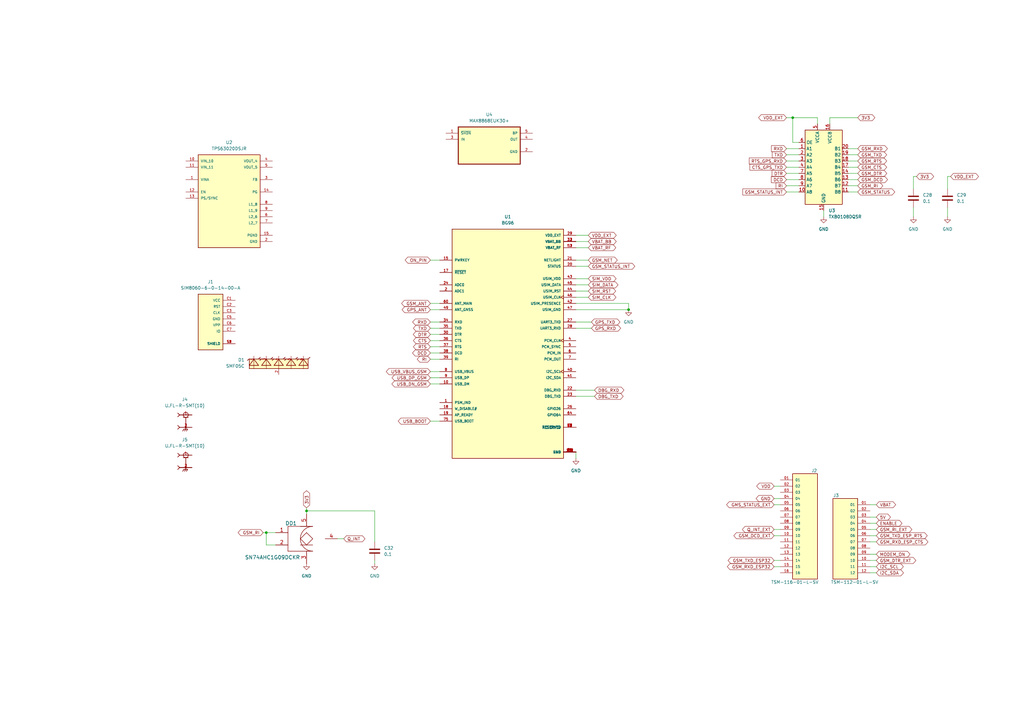
<source format=kicad_sch>
(kicad_sch (version 20211123) (generator eeschema)
  (paper "A3")
  (lib_symbols
    (symbol "2023-01-14_23-42-37:SN74AHC1G09DCKR" (pin_names (offset 0.254) hide)
      (property "Reference" "U" (at 0 2.54 0))
      (property "Value" "SN74AHC1G09DCKR" (at 0 0 0))
      (symbol "SN74AHC1G09DCKR_1_1"
        (polyline (pts (xy -7.62 -5.08) (xy -7.62 5.08)) (stroke (width 0.2032)))
        (polyline (pts (xy -7.62 5.08) (xy -6.35 5.08)) (stroke (width 0.2032)))
        (polyline (pts (xy -6.35 -5.08) (xy -7.62 -5.08)) (stroke (width 0.2032)))
        (polyline (pts (xy -6.35 -5.08) (xy 1.27 -5.08)) (stroke (width 0.2032)))
        (polyline (pts (xy -6.35 5.08) (xy 1.27 5.08)) (stroke (width 0.2032)))
        (polyline (pts (xy -2.54 -2.54) (xy 2.54 -2.54)) (stroke (width 0.2032)))
        (polyline (pts (xy -2.54 0) (xy 0 2.54)) (stroke (width 0.2032)))
        (polyline (pts (xy 0 -2.54) (xy -2.54 0)) (stroke (width 0.2032)))
        (polyline (pts (xy 0 2.54) (xy 2.54 0)) (stroke (width 0.2032)))
        (polyline (pts (xy 2.54 -5.08) (xy 0 -5.08)) (stroke (width 0.2032)))
        (polyline (pts (xy 2.54 0) (xy 0 -2.54)) (stroke (width 0.2032)))
        (polyline (pts (xy 2.54 5.08) (xy -2.54 5.08)) (stroke (width 0.2032)))
        (arc (start 2.54 5.08) (mid -2.54 0) (end 2.54 -5.08) (stroke (width 0.2032)))
        (pin input line (at -12.7 2.54 0) (length 5.08) (name "A") (number "1"))
        (pin input line (at -12.7 -2.54 0) (length 5.08) (name "B") (number "2"))
        (pin power_in line (at 0 -10.16 90) (length 5.08) (name "GND") (number "3"))
        (pin open_collector line (at 12.7 0 180) (length 5.08) (name "Y") (number "4"))
        (pin power_in line (at 0 10.16 270) (length 5.08) (name "VCC") (number "5"))
      )
    )
    (symbol "BG96:BG96" (pin_names (offset 1.016))
      (property "Reference" "U" (at -22.86 46.736 0))
      (property "Value" "BG96" (at -22.86 -50.8 0))
      (symbol "BG96_0_0"
        (rectangle (start -22.86 -48.26) (end 22.86 45.72) (stroke (width 0.254)) (fill (type background)))
        (pin output line (at -27.94 -25.4 0) (length 5.08) (name "PSM_IND") (number "1"))
        (pin bidirectional line (at -27.94 -17.78 0) (length 5.08) (name "USB_DM") (number "10"))
        (pin power_in line (at 27.94 -45.72 180) (length 5.08) (name "GND") (number "100"))
        (pin power_in line (at 27.94 -45.72 180) (length 5.08) (name "GND") (number "101"))
        (pin power_in line (at 27.94 -45.72 180) (length 5.08) (name "GND") (number "102"))
        (pin bidirectional line (at 27.94 -35.56 180) (length 5.08) (name "RESERVED") (number "11"))
        (pin bidirectional line (at 27.94 -35.56 180) (length 5.08) (name "RESERVED") (number "12"))
        (pin bidirectional line (at 27.94 -35.56 180) (length 5.08) (name "RESERVED") (number "13"))
        (pin bidirectional line (at 27.94 -35.56 180) (length 5.08) (name "RESERVED") (number "14"))
        (pin input line (at -27.94 33.02 0) (length 5.08) (name "PWRKEY") (number "15"))
        (pin bidirectional line (at 27.94 -35.56 180) (length 5.08) (name "RESERVED") (number "16"))
        (pin input line (at -27.94 27.94 0) (length 5.08) (name "~{RESET}") (number "17"))
        (pin input line (at -27.94 -27.94 0) (length 5.08) (name "W_DISABLE#") (number "18"))
        (pin input line (at -27.94 -30.48 0) (length 5.08) (name "AP_READY") (number "19"))
        (pin input line (at -27.94 20.32 0) (length 5.08) (name "ADC1") (number "2"))
        (pin output line (at 27.94 30.48 180) (length 5.08) (name "STATUS") (number "20"))
        (pin output line (at 27.94 33.02 180) (length 5.08) (name "NETLIGHT") (number "21"))
        (pin input line (at 27.94 -20.32 180) (length 5.08) (name "DBG_RXD") (number "22"))
        (pin output line (at 27.94 -22.86 180) (length 5.08) (name "DBG_TXD") (number "23"))
        (pin input line (at -27.94 22.86 0) (length 5.08) (name "ADC0") (number "24"))
        (pin bidirectional line (at 27.94 -35.56 180) (length 5.08) (name "RESERVED") (number "25"))
        (pin bidirectional line (at 27.94 -27.94 180) (length 5.08) (name "GPIO26") (number "26"))
        (pin output line (at 27.94 7.62 180) (length 5.08) (name "UART3_TXD") (number "27"))
        (pin input line (at 27.94 5.08 180) (length 5.08) (name "UART3_RXD") (number "28"))
        (pin power_in line (at 27.94 43.18 180) (length 5.08) (name "VDD_EXT") (number "29"))
        (pin power_in line (at 27.94 -45.72 180) (length 5.08) (name "GND") (number "3"))
        (pin input line (at -27.94 2.54 0) (length 5.08) (name "DTR") (number "30"))
        (pin power_in line (at 27.94 -45.72 180) (length 5.08) (name "GND") (number "31"))
        (pin power_in line (at 27.94 40.64 180) (length 5.08) (name "VBAT_BB") (number "32"))
        (pin power_in line (at 27.94 40.64 180) (length 5.08) (name "VBAT_BB") (number "33"))
        (pin input line (at -27.94 7.62 0) (length 5.08) (name "RXD") (number "34"))
        (pin output line (at -27.94 5.08 0) (length 5.08) (name "TXD") (number "35"))
        (pin output line (at -27.94 0 0) (length 5.08) (name "CTS") (number "36"))
        (pin input line (at -27.94 -2.54 0) (length 5.08) (name "RTS") (number "37"))
        (pin output line (at -27.94 -5.08 0) (length 5.08) (name "DCD") (number "38"))
        (pin output line (at -27.94 -7.62 0) (length 5.08) (name "RI") (number "39"))
        (pin output clock (at 27.94 0 180) (length 5.08) (name "PCM_CLK") (number "4"))
        (pin output clock (at 27.94 -12.7 180) (length 5.08) (name "I2C_SCL") (number "40"))
        (pin bidirectional line (at 27.94 -15.24 180) (length 5.08) (name "I2C_SDA") (number "41"))
        (pin input line (at 27.94 15.24 180) (length 5.08) (name "USIM_PRESENCE") (number "42"))
        (pin power_in line (at 27.94 25.4 180) (length 5.08) (name "USIM_VDD") (number "43"))
        (pin output line (at 27.94 20.32 180) (length 5.08) (name "USIM_RST") (number "44"))
        (pin bidirectional line (at 27.94 22.86 180) (length 5.08) (name "USIM_DATA") (number "45"))
        (pin output clock (at 27.94 17.78 180) (length 5.08) (name "USIM_CLK") (number "46"))
        (pin power_in line (at 27.94 12.7 180) (length 5.08) (name "USIM_GND") (number "47"))
        (pin power_in line (at 27.94 -45.72 180) (length 5.08) (name "GND") (number "48"))
        (pin input line (at -27.94 12.7 0) (length 5.08) (name "ANT_GNSS") (number "49"))
        (pin output line (at 27.94 -2.54 180) (length 5.08) (name "PCM_SYNC") (number "5"))
        (pin power_in line (at 27.94 -45.72 180) (length 5.08) (name "GND") (number "50"))
        (pin bidirectional line (at 27.94 -35.56 180) (length 5.08) (name "RESERVED") (number "51"))
        (pin power_in line (at 27.94 38.1 180) (length 5.08) (name "VBAT_RF") (number "52"))
        (pin power_in line (at 27.94 38.1 180) (length 5.08) (name "VBAT_RF") (number "53"))
        (pin power_in line (at 27.94 -45.72 180) (length 5.08) (name "GND") (number "54"))
        (pin power_in line (at 27.94 -45.72 180) (length 5.08) (name "GND") (number "55"))
        (pin bidirectional line (at 27.94 -35.56 180) (length 5.08) (name "RESERVED") (number "56"))
        (pin bidirectional line (at 27.94 -35.56 180) (length 5.08) (name "RESERVED") (number "57"))
        (pin power_in line (at 27.94 -45.72 180) (length 5.08) (name "GND") (number "58"))
        (pin power_in line (at 27.94 -45.72 180) (length 5.08) (name "GND") (number "59"))
        (pin input line (at 27.94 -5.08 180) (length 5.08) (name "PCM_IN") (number "6"))
        (pin bidirectional line (at -27.94 15.24 0) (length 5.08) (name "ANT_MAIN") (number "60"))
        (pin power_in line (at 27.94 -45.72 180) (length 5.08) (name "GND") (number "61"))
        (pin power_in line (at 27.94 -45.72 180) (length 5.08) (name "GND") (number "62"))
        (pin bidirectional line (at 27.94 -35.56 180) (length 5.08) (name "RESERVED") (number "63"))
        (pin bidirectional line (at 27.94 -30.48 180) (length 5.08) (name "GPIO64") (number "64"))
        (pin bidirectional line (at 27.94 -35.56 180) (length 5.08) (name "RESERVED") (number "65"))
        (pin bidirectional line (at 27.94 -35.56 180) (length 5.08) (name "RESERVED") (number "66"))
        (pin power_in line (at 27.94 -45.72 180) (length 5.08) (name "GND") (number "67"))
        (pin power_in line (at 27.94 -45.72 180) (length 5.08) (name "GND") (number "68"))
        (pin power_in line (at 27.94 -45.72 180) (length 5.08) (name "GND") (number "69"))
        (pin output line (at 27.94 -7.62 180) (length 5.08) (name "PCM_OUT") (number "7"))
        (pin power_in line (at 27.94 -45.72 180) (length 5.08) (name "GND") (number "70"))
        (pin power_in line (at 27.94 -45.72 180) (length 5.08) (name "GND") (number "71"))
        (pin power_in line (at 27.94 -45.72 180) (length 5.08) (name "GND") (number "72"))
        (pin power_in line (at 27.94 -45.72 180) (length 5.08) (name "GND") (number "73"))
        (pin power_in line (at 27.94 -45.72 180) (length 5.08) (name "GND") (number "74"))
        (pin input line (at -27.94 -33.02 0) (length 5.08) (name "USB_BOOT") (number "75"))
        (pin bidirectional line (at 27.94 -35.56 180) (length 5.08) (name "RESERVED") (number "76"))
        (pin bidirectional line (at 27.94 -35.56 180) (length 5.08) (name "RESERVED") (number "77"))
        (pin bidirectional line (at 27.94 -35.56 180) (length 5.08) (name "RESERVED") (number "78"))
        (pin power_in line (at 27.94 -45.72 180) (length 5.08) (name "GND") (number "79"))
        (pin input line (at -27.94 -12.7 0) (length 5.08) (name "USB_VBUS") (number "8"))
        (pin power_in line (at 27.94 -45.72 180) (length 5.08) (name "GND") (number "80"))
        (pin power_in line (at 27.94 -45.72 180) (length 5.08) (name "GND") (number "81"))
        (pin power_in line (at 27.94 -45.72 180) (length 5.08) (name "GND") (number "82"))
        (pin bidirectional line (at 27.94 -35.56 180) (length 5.08) (name "RESERVED") (number "83"))
        (pin bidirectional line (at 27.94 -35.56 180) (length 5.08) (name "RESERVED") (number "84"))
        (pin bidirectional line (at 27.94 -35.56 180) (length 5.08) (name "RESERVED") (number "85"))
        (pin bidirectional line (at 27.94 -35.56 180) (length 5.08) (name "RESERVED") (number "86"))
        (pin bidirectional line (at 27.94 -35.56 180) (length 5.08) (name "RESERVED") (number "87"))
        (pin bidirectional line (at 27.94 -35.56 180) (length 5.08) (name "RESERVED") (number "88"))
        (pin power_in line (at 27.94 -45.72 180) (length 5.08) (name "GND") (number "89"))
        (pin bidirectional line (at -27.94 -15.24 0) (length 5.08) (name "USB_DP") (number "9"))
        (pin power_in line (at 27.94 -45.72 180) (length 5.08) (name "GND") (number "90"))
        (pin power_in line (at 27.94 -45.72 180) (length 5.08) (name "GND") (number "91"))
        (pin bidirectional line (at 27.94 -35.56 180) (length 5.08) (name "RESERVED") (number "92"))
        (pin bidirectional line (at 27.94 -35.56 180) (length 5.08) (name "RESERVED") (number "93"))
        (pin bidirectional line (at 27.94 -35.56 180) (length 5.08) (name "RESERVED") (number "94"))
        (pin bidirectional line (at 27.94 -35.56 180) (length 5.08) (name "RESERVED") (number "95"))
        (pin bidirectional line (at 27.94 -35.56 180) (length 5.08) (name "RESERVED") (number "96"))
        (pin bidirectional line (at 27.94 -35.56 180) (length 5.08) (name "RESERVED") (number "97"))
        (pin bidirectional line (at 27.94 -35.56 180) (length 5.08) (name "RESERVED") (number "98"))
        (pin bidirectional line (at 27.94 -35.56 180) (length 5.08) (name "RESERVED") (number "99"))
      )
    )
    (symbol "Device:C" (pin_numbers hide) (pin_names (offset 0.254))
      (property "Reference" "C" (at 0.635 2.54 0))
      (property "Value" "C" (at 0.635 -2.54 0))
      (symbol "C_0_1"
        (polyline (pts (xy -2.032 -0.762) (xy 2.032 -0.762)) (stroke (width 0.508)))
        (polyline (pts (xy -2.032 0.762) (xy 2.032 0.762)) (stroke (width 0.508)))
      )
      (symbol "C_1_1"
        (pin passive line (at 0 3.81 270) (length 2.794) (name "~") (number "1"))
        (pin passive line (at 0 -3.81 90) (length 2.794) (name "~") (number "2"))
      )
    )
    (symbol "Logic_LevelTranslator:TXB0108DQSR"
      (property "Reference" "U" (at -6.35 16.51 0))
      (property "Value" "TXB0108DQSR" (at 3.81 16.51 0))
      (symbol "TXB0108DQSR_0_1"
        (rectangle (start -7.62 15.24) (end 7.62 -15.24) (stroke (width 0.254)) (fill (type background)))
      )
      (symbol "TXB0108DQSR_1_1"
        (pin bidirectional line (at -10.16 7.62 0) (length 2.54) (name "A1") (number "1"))
        (pin bidirectional line (at -10.16 -10.16 0) (length 2.54) (name "A8") (number "10"))
        (pin bidirectional line (at 10.16 -10.16 180) (length 2.54) (name "B8") (number "11"))
        (pin bidirectional line (at 10.16 -7.62 180) (length 2.54) (name "B7") (number "12"))
        (pin bidirectional line (at 10.16 -5.08 180) (length 2.54) (name "B6") (number "13"))
        (pin bidirectional line (at 10.16 -2.54 180) (length 2.54) (name "B5") (number "14"))
        (pin power_in line (at 0 -17.78 90) (length 2.54) (name "GND") (number "15"))
        (pin power_in line (at 2.54 17.78 270) (length 2.54) (name "VCCB") (number "16"))
        (pin bidirectional line (at 10.16 0 180) (length 2.54) (name "B4") (number "17"))
        (pin bidirectional line (at 10.16 2.54 180) (length 2.54) (name "B3") (number "18"))
        (pin bidirectional line (at 10.16 5.08 180) (length 2.54) (name "B2") (number "19"))
        (pin bidirectional line (at -10.16 5.08 0) (length 2.54) (name "A2") (number "2"))
        (pin bidirectional line (at 10.16 7.62 180) (length 2.54) (name "B1") (number "20"))
        (pin bidirectional line (at -10.16 2.54 0) (length 2.54) (name "A3") (number "3"))
        (pin bidirectional line (at -10.16 0 0) (length 2.54) (name "A4") (number "4"))
        (pin power_in line (at -2.54 17.78 270) (length 2.54) (name "VCCA") (number "5"))
        (pin input line (at -10.16 10.16 0) (length 2.54) (name "OE") (number "6"))
        (pin bidirectional line (at -10.16 -2.54 0) (length 2.54) (name "A5") (number "7"))
        (pin bidirectional line (at -10.16 -5.08 0) (length 2.54) (name "A6") (number "8"))
        (pin bidirectional line (at -10.16 -7.62 0) (length 2.54) (name "A7") (number "9"))
      )
    )
    (symbol "MAX8868EUK30_:MAX8868EUK30+" (pin_names (offset 1.016))
      (property "Reference" "U" (at -12.7 8.62 0))
      (property "Value" "MAX8868EUK30+" (at -12.7 -11.62 0))
      (symbol "MAX8868EUK30+_0_0"
        (rectangle (start -12.7 -7.62) (end 12.7 7.62) (stroke (width 0.41)) (fill (type background)))
        (pin input line (at -17.78 5.08 0) (length 5.08) (name "~{SHDN}") (number "1"))
        (pin power_in line (at 17.78 -2.54 180) (length 5.08) (name "GND") (number "2"))
        (pin input line (at -17.78 2.54 0) (length 5.08) (name "IN") (number "3"))
        (pin output line (at 17.78 2.54 180) (length 5.08) (name "OUT") (number "4"))
        (pin output line (at 17.78 5.08 180) (length 5.08) (name "BP") (number "5"))
      )
    )
    (symbol "SIM8060-6-0-14-00-A:SIM8060-6-0-14-00-A" (pin_names (offset 1.016))
      (property "Reference" "J" (at -5.0895 13.3599 0))
      (property "Value" "SIM8060-6-0-14-00-A" (at -5.0859 -12.7178 0))
      (symbol "SIM8060-6-0-14-00-A_0_0"
        (rectangle (start -5.08 -10.16) (end 5.08 12.7) (stroke (width 0.254)) (fill (type background)))
        (pin passive line (at -10.16 10.16 0) (length 5.08) (name "VCC") (number "C1"))
        (pin passive line (at -10.16 7.62 0) (length 5.08) (name "RST") (number "C2"))
        (pin passive line (at -10.16 5.08 0) (length 5.08) (name "CLK") (number "C3"))
        (pin passive line (at -10.16 2.54 0) (length 5.08) (name "GND") (number "C5"))
        (pin passive line (at -10.16 0 0) (length 5.08) (name "VPP") (number "C6"))
        (pin passive line (at -10.16 -2.54 0) (length 5.08) (name "IO") (number "C7"))
        (pin passive line (at -10.16 -7.62 0) (length 5.08) (name "SHIELD") (number "S1"))
        (pin passive line (at -10.16 -7.62 0) (length 5.08) (name "SHIELD") (number "S2"))
        (pin passive line (at -10.16 -7.62 0) (length 5.08) (name "SHIELD") (number "S3"))
        (pin passive line (at -10.16 -7.62 0) (length 5.08) (name "SHIELD") (number "S4"))
      )
    )
    (symbol "SMF05C:SMF05C" (pin_names (offset 1.016))
      (property "Reference" "D" (at -23.0178 0.1016 0))
      (property "Value" "SMF05C" (at -23.0396 -1.9581 0))
      (symbol "SMF05C_0_0"
        (rectangle (start -9.525 -2.6035) (end 14.605 1.3335) (stroke (width 0.254)) (fill (type background)))
        (polyline (pts (xy -9.525 -1.27) (xy -5.715 -1.27)) (stroke (width 0.254)))
        (polyline (pts (xy -9.525 1.397) (xy -10.287 0.762)) (stroke (width 0.254)))
        (polyline (pts (xy -7.62 0) (xy -7.62 -2.54)) (stroke (width 0.1524)))
        (polyline (pts (xy -7.62 1.27) (xy -9.525 -1.27)) (stroke (width 0.254)))
        (polyline (pts (xy -5.715 -1.27) (xy -7.62 1.27)) (stroke (width 0.254)))
        (polyline (pts (xy -5.715 1.397) (xy -4.953 2.032)) (stroke (width 0.254)))
        (polyline (pts (xy -4.445 -1.27) (xy -0.635 -1.27)) (stroke (width 0.254)))
        (polyline (pts (xy -4.445 1.397) (xy -5.207 0.762)) (stroke (width 0.254)))
        (polyline (pts (xy -2.54 0) (xy -2.54 -2.54)) (stroke (width 0.1524)))
        (polyline (pts (xy -2.54 1.27) (xy -4.445 -1.27)) (stroke (width 0.254)))
        (polyline (pts (xy -0.635 -1.27) (xy -2.54 1.27)) (stroke (width 0.254)))
        (polyline (pts (xy -0.635 1.397) (xy 0.127 2.032)) (stroke (width 0.254)))
        (polyline (pts (xy 0.635 -1.27) (xy 4.445 -1.27)) (stroke (width 0.254)))
        (polyline (pts (xy 0.635 1.397) (xy -0.127 0.762)) (stroke (width 0.254)))
        (polyline (pts (xy 2.54 0) (xy 2.54 -2.54)) (stroke (width 0.1524)))
        (polyline (pts (xy 2.54 1.27) (xy 0.635 -1.27)) (stroke (width 0.254)))
        (polyline (pts (xy 4.445 -1.27) (xy 2.54 1.27)) (stroke (width 0.254)))
        (polyline (pts (xy 4.445 1.397) (xy 5.207 2.032)) (stroke (width 0.254)))
        (polyline (pts (xy 5.715 -1.27) (xy 9.525 -1.27)) (stroke (width 0.254)))
        (polyline (pts (xy 5.715 1.397) (xy 4.953 0.762)) (stroke (width 0.254)))
        (polyline (pts (xy 7.62 0) (xy 7.62 -2.54)) (stroke (width 0.1524)))
        (polyline (pts (xy 7.62 1.27) (xy 5.715 -1.27)) (stroke (width 0.254)))
        (polyline (pts (xy 9.525 -1.27) (xy 7.62 1.27)) (stroke (width 0.254)))
        (polyline (pts (xy 9.525 1.397) (xy 10.287 2.032)) (stroke (width 0.254)))
        (polyline (pts (xy 10.795 -1.27) (xy 14.605 -1.27)) (stroke (width 0.254)))
        (polyline (pts (xy 10.795 1.397) (xy 10.033 0.762)) (stroke (width 0.254)))
        (polyline (pts (xy 12.7 0) (xy 12.7 -2.54)) (stroke (width 0.1524)))
        (polyline (pts (xy 12.7 1.27) (xy 10.795 -1.27)) (stroke (width 0.254)))
        (polyline (pts (xy 14.605 -1.27) (xy 12.7 1.27)) (stroke (width 0.254)))
        (polyline (pts (xy 14.605 1.397) (xy 15.367 2.032)) (stroke (width 0.254)))
        (pin passive line (at -7.62 2.54 270) (length 2.54) (name "~") (number "1"))
        (pin passive line (at 2.54 -5.08 90) (length 2.54) (name "~") (number "2"))
        (pin passive line (at -2.54 2.54 270) (length 2.54) (name "~") (number "3"))
        (pin passive line (at 2.54 2.54 270) (length 2.54) (name "~") (number "4"))
        (pin passive line (at 7.62 2.54 270) (length 2.54) (name "~") (number "5"))
        (pin passive line (at 12.7 2.54 270) (length 2.54) (name "~") (number "6"))
      )
    )
    (symbol "TPS63020DSJR:TPS63020DSJR" (pin_names (offset 1.016))
      (property "Reference" "U" (at -12.7 19.05 0))
      (property "Value" "TPS63020DSJR" (at -12.7 -21.59 0))
      (symbol "TPS63020DSJR_0_0"
        (rectangle (start -12.7 -20.32) (end 12.7 17.78) (stroke (width 0.254)) (fill (type background)))
        (pin input line (at -17.78 7.62 0) (length 5.08) (name "VINA") (number "1"))
        (pin input line (at -17.78 15.24 0) (length 5.08) (name "VIN_10") (number "10"))
        (pin input line (at -17.78 12.7 0) (length 5.08) (name "VIN_11") (number "11"))
        (pin input line (at -17.78 2.54 0) (length 5.08) (name "EN") (number "12"))
        (pin input line (at -17.78 0 0) (length 5.08) (name "PS/SYNC") (number "13"))
        (pin output line (at 17.78 2.54 180) (length 5.08) (name "PG") (number "14"))
        (pin power_in line (at 17.78 -15.24 180) (length 5.08) (name "PGND") (number "15"))
        (pin power_in line (at 17.78 -17.78 180) (length 5.08) (name "GND") (number "2"))
        (pin input line (at 17.78 7.62 180) (length 5.08) (name "FB") (number "3"))
        (pin output line (at 17.78 15.24 180) (length 5.08) (name "VOUT_4") (number "4"))
        (pin output line (at 17.78 12.7 180) (length 5.08) (name "VOUT_5") (number "5"))
        (pin passive line (at 17.78 -7.62 180) (length 5.08) (name "L2_6") (number "6"))
        (pin passive line (at 17.78 -10.16 180) (length 5.08) (name "L2_7") (number "7"))
        (pin passive line (at 17.78 -2.54 180) (length 5.08) (name "L1_8") (number "8"))
        (pin passive line (at 17.78 -5.08 180) (length 5.08) (name "L1_9") (number "9"))
      )
    )
    (symbol "TSM-112-01-L-SV:TSM-112-01-L-SV" (pin_names (offset 1.016))
      (property "Reference" "J" (at -5.58 16.356 0))
      (property "Value" "TSM-112-01-L-SV" (at -5.08 -20.32 0))
      (symbol "TSM-112-01-L-SV_0_0"
        (rectangle (start -5.08 -17.78) (end 5.08 15.24) (stroke (width 0.254)) (fill (type background)))
        (pin passive line (at -10.16 12.7 0) (length 5.08) (name "01") (number "01"))
        (pin passive line (at -10.16 10.16 0) (length 5.08) (name "02") (number "02"))
        (pin passive line (at -10.16 7.62 0) (length 5.08) (name "03") (number "03"))
        (pin passive line (at -10.16 5.08 0) (length 5.08) (name "04") (number "04"))
        (pin passive line (at -10.16 2.54 0) (length 5.08) (name "05") (number "05"))
        (pin passive line (at -10.16 0 0) (length 5.08) (name "06") (number "06"))
        (pin passive line (at -10.16 -2.54 0) (length 5.08) (name "07") (number "07"))
        (pin passive line (at -10.16 -5.08 0) (length 5.08) (name "08") (number "08"))
        (pin passive line (at -10.16 -7.62 0) (length 5.08) (name "09") (number "09"))
        (pin passive line (at -10.16 -10.16 0) (length 5.08) (name "10") (number "10"))
        (pin passive line (at -10.16 -12.7 0) (length 5.08) (name "11") (number "11"))
        (pin passive line (at -10.16 -15.24 0) (length 5.08) (name "12") (number "12"))
      )
    )
    (symbol "TSM-116-01-L-SV:TSM-116-01-L-SV" (pin_names (offset 1.016))
      (property "Reference" "J" (at -5.58 21.436 0))
      (property "Value" "TSM-116-01-L-SV" (at -5.08 -25.4 0))
      (symbol "TSM-116-01-L-SV_0_0"
        (rectangle (start -5.08 -22.86) (end 5.08 20.32) (stroke (width 0.254)) (fill (type background)))
        (pin passive line (at -10.16 17.78 0) (length 5.08) (name "01") (number "01"))
        (pin passive line (at -10.16 15.24 0) (length 5.08) (name "02") (number "02"))
        (pin passive line (at -10.16 12.7 0) (length 5.08) (name "03") (number "03"))
        (pin passive line (at -10.16 10.16 0) (length 5.08) (name "04") (number "04"))
        (pin passive line (at -10.16 7.62 0) (length 5.08) (name "05") (number "05"))
        (pin passive line (at -10.16 5.08 0) (length 5.08) (name "06") (number "06"))
        (pin passive line (at -10.16 2.54 0) (length 5.08) (name "07") (number "07"))
        (pin passive line (at -10.16 0 0) (length 5.08) (name "08") (number "08"))
        (pin passive line (at -10.16 -2.54 0) (length 5.08) (name "09") (number "09"))
        (pin passive line (at -10.16 -5.08 0) (length 5.08) (name "10") (number "10"))
        (pin passive line (at -10.16 -7.62 0) (length 5.08) (name "11") (number "11"))
        (pin passive line (at -10.16 -10.16 0) (length 5.08) (name "12") (number "12"))
        (pin passive line (at -10.16 -12.7 0) (length 5.08) (name "13") (number "13"))
        (pin passive line (at -10.16 -15.24 0) (length 5.08) (name "14") (number "14"))
        (pin passive line (at -10.16 -17.78 0) (length 5.08) (name "15") (number "15"))
        (pin passive line (at -10.16 -20.32 0) (length 5.08) (name "16") (number "16"))
      )
    )
    (symbol "U.FL-R-SMT_10_:U.FL-R-SMT(10)" (pin_names (offset 1.016))
      (property "Reference" "J" (at -3.81 4.064 0))
      (property "Value" "U.FL-R-SMT(10)" (at -4.064 -6.858 0))
      (symbol "U.FL-R-SMT(10)_0_0"
        (circle (center 0 -2.54) (radius 0.254) (stroke (width 0.254)))
        (polyline (pts (xy -3.302 -3.302) (xy -2.54 -2.54)) (stroke (width 0.254)))
        (polyline (pts (xy -3.302 -1.778) (xy -2.54 -2.54)) (stroke (width 0.254)))
        (polyline (pts (xy -3.302 1.778) (xy -2.54 2.54)) (stroke (width 0.254)))
        (polyline (pts (xy -3.302 3.302) (xy -2.54 2.54)) (stroke (width 0.254)))
        (polyline (pts (xy -2.54 2.54) (xy 2.54 2.54)) (stroke (width 0.254)))
        (polyline (pts (xy -1.016 1.524) (xy 0 1.524)) (stroke (width 0.254)))
        (polyline (pts (xy -0.762 -3.302) (xy -1.27 -4.064)) (stroke (width 0.254)))
        (polyline (pts (xy 0 -3.302) (xy -0.762 -3.302)) (stroke (width 0.254)))
        (polyline (pts (xy 0 -3.302) (xy -0.508 -4.064)) (stroke (width 0.254)))
        (polyline (pts (xy 0 -3.302) (xy 0.762 -3.302)) (stroke (width 0.254)))
        (polyline (pts (xy 0 -2.54) (xy -2.54 -2.54)) (stroke (width 0.254)))
        (polyline (pts (xy 0 -2.54) (xy 0 -3.302)) (stroke (width 0.254)))
        (polyline (pts (xy 0 1.524) (xy 0 -2.54)) (stroke (width 0.254)))
        (polyline (pts (xy 0 1.524) (xy 1.016 1.524)) (stroke (width 0.254)))
        (polyline (pts (xy 0.762 -3.302) (xy 0.254 -4.064)) (stroke (width 0.254)))
        (polyline (pts (xy 2.54 -2.54) (xy 0 -2.54)) (stroke (width 0.254)))
        (circle (center 0 2.54) (radius 1.016) (stroke (width 0.254)))
        (pin passive line (at 2.54 2.54 180) (length 5.08) (name "~") (number "1"))
        (pin passive line (at 2.54 -2.54 180) (length 5.08) (name "~") (number "2"))
        (pin passive line (at 2.54 -2.54 180) (length 5.08) (name "~") (number "3"))
      )
    )
    (symbol "power:GND" (power) (pin_names (offset 0))
      (property "Value" "GND" (at 0 -3.81 0))
      (symbol "GND_0_1"
        (polyline (pts (xy 0 0) (xy 0 -1.27) (xy 1.27 -1.27) (xy 0 -2.54) (xy -1.27 -1.27) (xy 0 -1.27)))
      )
      (symbol "GND_1_1"
        (pin power_in line (at 0 0 270) (length 0) hide (name "GND") (number "1"))
      )
    )
  )
  (junction (at 109.22 218.44))
  (junction (at 325.12 48.26))
  (junction (at 257.81 127))
  (junction (at 125.73 209.55))
  (wire (pts (xy 347.98 78.74) (xy 351.79 78.74)))
  (wire (pts (xy 327.66 58.42) (xy 325.12 58.42)))
  (wire (pts (xy 317.5 207.01) (xy 320.04 207.01)))
  (wire (pts (xy 374.65 85.09) (xy 374.65 88.9)))
  (wire (pts (xy 356.87 229.87) (xy 359.41 229.87)))
  (wire (pts (xy 236.22 124.46) (xy 257.81 124.46)))
  (wire (pts (xy 236.22 114.3) (xy 241.3 114.3)))
  (wire (pts (xy 236.22 162.56) (xy 243.84 162.56)))
  (wire (pts (xy 347.98 68.58) (xy 351.79 68.58)))
  (wire (pts (xy 325.12 48.26) (xy 335.28 48.26)))
  (wire (pts (xy 322.58 71.12) (xy 327.66 71.12)))
  (wire (pts (xy 109.22 218.44) (xy 109.22 223.52)))
  (wire (pts (xy 340.36 50.8) (xy 340.36 48.26)))
  (wire (pts (xy 236.22 185.42) (xy 236.22 187.96)))
  (wire (pts (xy 356.87 214.63) (xy 359.41 214.63)))
  (wire (pts (xy 356.87 207.01) (xy 359.41 207.01)))
  (wire (pts (xy 236.22 132.08) (xy 242.57 132.08)))
  (wire (pts (xy 322.58 68.58) (xy 327.66 68.58)))
  (wire (pts (xy 340.36 48.26) (xy 351.79 48.26)))
  (wire (pts (xy 176.53 127) (xy 180.34 127)))
  (wire (pts (xy 322.58 48.26) (xy 325.12 48.26)))
  (wire (pts (xy 322.58 66.04) (xy 327.66 66.04)))
  (wire (pts (xy 236.22 134.62) (xy 242.57 134.62)))
  (wire (pts (xy 317.5 199.39) (xy 320.04 199.39)))
  (wire (pts (xy 176.53 134.62) (xy 180.34 134.62)))
  (wire (pts (xy 356.87 219.71) (xy 359.41 219.71)))
  (wire (pts (xy 322.58 63.5) (xy 327.66 63.5)))
  (wire (pts (xy 356.87 212.09) (xy 359.41 212.09)))
  (wire (pts (xy 317.5 219.71) (xy 320.04 219.71)))
  (wire (pts (xy 322.58 76.2) (xy 327.66 76.2)))
  (wire (pts (xy 125.73 208.28) (xy 125.73 209.55)))
  (wire (pts (xy 236.22 101.6) (xy 241.3 101.6)))
  (wire (pts (xy 153.67 209.55) (xy 153.67 222.25)))
  (wire (pts (xy 388.62 72.39) (xy 389.89 72.39)))
  (wire (pts (xy 356.87 232.41) (xy 359.41 232.41)))
  (wire (pts (xy 236.22 119.38) (xy 241.3 119.38)))
  (wire (pts (xy 335.28 48.26) (xy 335.28 50.8)))
  (wire (pts (xy 176.53 142.24) (xy 180.34 142.24)))
  (wire (pts (xy 356.87 227.33) (xy 359.41 227.33)))
  (wire (pts (xy 347.98 63.5) (xy 351.79 63.5)))
  (wire (pts (xy 176.53 124.46) (xy 180.34 124.46)))
  (wire (pts (xy 107.95 218.44) (xy 109.22 218.44)))
  (wire (pts (xy 374.65 77.47) (xy 374.65 72.39)))
  (wire (pts (xy 347.98 66.04) (xy 351.79 66.04)))
  (wire (pts (xy 236.22 96.52) (xy 241.3 96.52)))
  (wire (pts (xy 337.82 86.36) (xy 337.82 88.9)))
  (wire (pts (xy 236.22 99.06) (xy 241.3 99.06)))
  (wire (pts (xy 176.53 132.08) (xy 180.34 132.08)))
  (wire (pts (xy 109.22 223.52) (xy 113.03 223.52)))
  (wire (pts (xy 356.87 222.25) (xy 359.41 222.25)))
  (wire (pts (xy 138.43 220.98) (xy 140.97 220.98)))
  (wire (pts (xy 176.53 144.78) (xy 180.34 144.78)))
  (wire (pts (xy 236.22 116.84) (xy 241.3 116.84)))
  (wire (pts (xy 176.53 154.94) (xy 180.34 154.94)))
  (wire (pts (xy 176.53 172.72) (xy 180.34 172.72)))
  (wire (pts (xy 322.58 60.96) (xy 327.66 60.96)))
  (wire (pts (xy 176.53 137.16) (xy 180.34 137.16)))
  (wire (pts (xy 236.22 121.92) (xy 241.3 121.92)))
  (wire (pts (xy 317.5 232.41) (xy 320.04 232.41)))
  (wire (pts (xy 236.22 127) (xy 257.81 127)))
  (wire (pts (xy 317.5 229.87) (xy 320.04 229.87)))
  (wire (pts (xy 125.73 209.55) (xy 125.73 210.82)))
  (wire (pts (xy 356.87 217.17) (xy 359.41 217.17)))
  (wire (pts (xy 374.65 72.39) (xy 375.92 72.39)))
  (wire (pts (xy 347.98 60.96) (xy 351.79 60.96)))
  (wire (pts (xy 325.12 48.26) (xy 325.12 58.42)))
  (wire (pts (xy 153.67 229.87) (xy 153.67 231.14)))
  (wire (pts (xy 322.58 73.66) (xy 327.66 73.66)))
  (wire (pts (xy 322.58 78.74) (xy 327.66 78.74)))
  (wire (pts (xy 176.53 157.48) (xy 180.34 157.48)))
  (wire (pts (xy 176.53 147.32) (xy 180.34 147.32)))
  (wire (pts (xy 236.22 160.02) (xy 243.84 160.02)))
  (wire (pts (xy 257.81 124.46) (xy 257.81 127)))
  (wire (pts (xy 347.98 73.66) (xy 351.79 73.66)))
  (wire (pts (xy 176.53 152.4) (xy 180.34 152.4)))
  (wire (pts (xy 347.98 76.2) (xy 351.79 76.2)))
  (wire (pts (xy 388.62 85.09) (xy 388.62 88.9)))
  (wire (pts (xy 176.53 139.7) (xy 180.34 139.7)))
  (wire (pts (xy 388.62 77.47) (xy 388.62 72.39)))
  (wire (pts (xy 176.53 106.68) (xy 180.34 106.68)))
  (wire (pts (xy 109.22 218.44) (xy 113.03 218.44)))
  (wire (pts (xy 317.5 217.17) (xy 320.04 217.17)))
  (wire (pts (xy 356.87 234.95) (xy 359.41 234.95)))
  (wire (pts (xy 236.22 109.22) (xy 241.3 109.22)))
  (wire (pts (xy 125.73 209.55) (xy 153.67 209.55)))
  (wire (pts (xy 347.98 71.12) (xy 351.79 71.12)))
  (wire (pts (xy 317.5 204.47) (xy 320.04 204.47)))
  (wire (pts (xy 236.22 106.68) (xy 241.3 106.68)))
  (global_label "Q_INT" (shape bidirectional) (at 140.97 220.98 0) (property "Intersheet References" "${INTERSHEET_REFS}" (effects hide)))
  (global_label "RXD" (shape input) (at 322.58 60.96 180) (property "Intersheet References" "${INTERSHEET_REFS}" (effects hide)))
  (global_label "GSM_RI" (shape bidirectional) (at 107.95 218.44 180) (property "Intersheet References" "${INTERSHEET_REFS}" (effects hide)))
  (global_label "RI" (shape bidirectional) (at 176.53 147.32 180) (property "Intersheet References" "${INTERSHEET_REFS}" (effects hide)))
  (global_label "TXD" (shape bidirectional) (at 176.53 134.62 180) (property "Intersheet References" "${INTERSHEET_REFS}" (effects hide)))
  (global_label "VBAT_BB" (shape bidirectional) (at 241.3 99.06 0) (property "Intersheet References" "${INTERSHEET_REFS}" (effects hide)))
  (global_label "Q_INT_EXT" (shape bidirectional) (at 317.5 217.17 180) (property "Intersheet References" "${INTERSHEET_REFS}" (effects hide)))
  (global_label "CTS" (shape bidirectional) (at 176.53 139.7 180) (property "Intersheet References" "${INTERSHEET_REFS}" (effects hide)))
  (global_label "DBG_RXD" (shape bidirectional) (at 243.84 160.02 0) (property "Intersheet References" "${INTERSHEET_REFS}" (effects hide)))
  (global_label "SIM_DATA" (shape bidirectional) (at 241.3 116.84 0) (property "Intersheet References" "${INTERSHEET_REFS}" (effects hide)))
  (global_label "ENABLE" (shape bidirectional) (at 359.41 214.63 0) (property "Intersheet References" "${INTERSHEET_REFS}" (effects hide)))
  (global_label "I2C_SCL" (shape bidirectional) (at 359.41 232.41 0) (property "Intersheet References" "${INTERSHEET_REFS}" (effects hide)))
  (global_label "TXD" (shape input) (at 322.58 63.5 180) (property "Intersheet References" "${INTERSHEET_REFS}" (effects hide)))
  (global_label "DTR" (shape bidirectional) (at 176.53 137.16 180) (property "Intersheet References" "${INTERSHEET_REFS}" (effects hide)))
  (global_label "DTR" (shape input) (at 322.58 71.12 180) (property "Intersheet References" "${INTERSHEET_REFS}" (effects hide)))
  (global_label "SIM_RST" (shape bidirectional) (at 241.3 119.38 0) (property "Intersheet References" "${INTERSHEET_REFS}" (effects hide)))
  (global_label "GSM_TXD_ESP32" (shape bidirectional) (at 317.5 229.87 180) (property "Intersheet References" "${INTERSHEET_REFS}" (effects hide)))
  (global_label "USB_BOOT" (shape bidirectional) (at 176.53 172.72 180) (property "Intersheet References" "${INTERSHEET_REFS}" (effects hide)))
  (global_label "GSM_RXD_ESP_CTS" (shape bidirectional) (at 359.41 222.25 0) (property "Intersheet References" "${INTERSHEET_REFS}" (effects hide)))
  (global_label "VDD" (shape bidirectional) (at 317.5 199.39 180) (property "Intersheet References" "${INTERSHEET_REFS}" (effects hide)))
  (global_label "DCD" (shape bidirectional) (at 176.53 144.78 180) (property "Intersheet References" "${INTERSHEET_REFS}" (effects hide)))
  (global_label "5V" (shape bidirectional) (at 359.41 212.09 0) (property "Intersheet References" "${INTERSHEET_REFS}" (effects hide)))
  (global_label "VDD_EXT" (shape bidirectional) (at 241.3 96.52 0) (property "Intersheet References" "${INTERSHEET_REFS}" (effects hide)))
  (global_label "GSM_ANT" (shape bidirectional) (at 176.53 124.46 180) (property "Intersheet References" "${INTERSHEET_REFS}" (effects hide)))
  (global_label "VDD_EXT" (shape bidirectional) (at 389.89 72.39 0) (property "Intersheet References" "${INTERSHEET_REFS}" (effects hide)))
  (global_label "MODEM_ON" (shape bidirectional) (at 359.41 227.33 0) (property "Intersheet References" "${INTERSHEET_REFS}" (effects hide)))
  (global_label "GSM_STATUS_INT" (shape input) (at 322.58 78.74 180) (property "Intersheet References" "${INTERSHEET_REFS}" (effects hide)))
  (global_label "USB_VBUS_GSM" (shape bidirectional) (at 176.53 152.4 180) (property "Intersheet References" "${INTERSHEET_REFS}" (effects hide)))
  (global_label "GSM_RXD" (shape bidirectional) (at 351.79 60.96 0) (property "Intersheet References" "${INTERSHEET_REFS}" (effects hide)))
  (global_label "GSM_CTS" (shape bidirectional) (at 351.79 68.58 0) (property "Intersheet References" "${INTERSHEET_REFS}" (effects hide)))
  (global_label "GSM_DTR" (shape bidirectional) (at 351.79 71.12 0) (property "Intersheet References" "${INTERSHEET_REFS}" (effects hide)))
  (global_label "USB_DN_GSM" (shape bidirectional) (at 176.53 157.48 180) (property "Intersheet References" "${INTERSHEET_REFS}" (effects hide)))
  (global_label "RI" (shape input) (at 322.58 76.2 180) (property "Intersheet References" "${INTERSHEET_REFS}" (effects hide)))
  (global_label "GSM_DCD" (shape bidirectional) (at 351.79 73.66 0) (property "Intersheet References" "${INTERSHEET_REFS}" (effects hide)))
  (global_label "RXD" (shape bidirectional) (at 176.53 132.08 180) (property "Intersheet References" "${INTERSHEET_REFS}" (effects hide)))
  (global_label "GSM_RXD_ESP32" (shape bidirectional) (at 317.5 232.41 180) (property "Intersheet References" "${INTERSHEET_REFS}" (effects hide)))
  (global_label "GSM_DTR_EXT" (shape bidirectional) (at 359.41 229.87 0) (property "Intersheet References" "${INTERSHEET_REFS}" (effects hide)))
  (global_label "RTS_GPS_RXD" (shape input) (at 322.58 66.04 180) (property "Intersheet References" "${INTERSHEET_REFS}" (effects hide)))
  (global_label "GPS_RXD" (shape bidirectional) (at 242.57 134.62 0) (property "Intersheet References" "${INTERSHEET_REFS}" (effects hide)))
  (global_label "GSM_TXD_ESP_RTS" (shape bidirectional) (at 359.41 219.71 0) (property "Intersheet References" "${INTERSHEET_REFS}" (effects hide)))
  (global_label "GSM_STATUS" (shape bidirectional) (at 351.79 78.74 0) (property "Intersheet References" "${INTERSHEET_REFS}" (effects hide)))
  (global_label "3V3" (shape bidirectional) (at 125.73 208.28 90) (property "Intersheet References" "${INTERSHEET_REFS}" (effects hide)))
  (global_label "GSM_RI_EXT" (shape bidirectional) (at 359.41 217.17 0) (property "Intersheet References" "${INTERSHEET_REFS}" (effects hide)))
  (global_label "GSM_NET" (shape bidirectional) (at 241.3 106.68 0) (property "Intersheet References" "${INTERSHEET_REFS}" (effects hide)))
  (global_label "VDD_EXT" (shape bidirectional) (at 322.58 48.26 180) (property "Intersheet References" "${INTERSHEET_REFS}" (effects hide)))
  (global_label "RTS" (shape bidirectional) (at 176.53 142.24 180) (property "Intersheet References" "${INTERSHEET_REFS}" (effects hide)))
  (global_label "CTS_GPS_TXD" (shape input) (at 322.58 68.58 180) (property "Intersheet References" "${INTERSHEET_REFS}" (effects hide)))
  (global_label "SIM_VDD" (shape bidirectional) (at 241.3 114.3 0) (property "Intersheet References" "${INTERSHEET_REFS}" (effects hide)))
  (global_label "USB_DP_GSM" (shape bidirectional) (at 176.53 154.94 180) (property "Intersheet References" "${INTERSHEET_REFS}" (effects hide)))
  (global_label "3V3" (shape bidirectional) (at 351.79 48.26 0) (property "Intersheet References" "${INTERSHEET_REFS}" (effects hide)))
  (global_label "GSM_RTS" (shape bidirectional) (at 351.79 66.04 0) (property "Intersheet References" "${INTERSHEET_REFS}" (effects hide)))
  (global_label "DBG_TXD" (shape bidirectional) (at 243.84 162.56 0) (property "Intersheet References" "${INTERSHEET_REFS}" (effects hide)))
  (global_label "3V3" (shape bidirectional) (at 375.92 72.39 0) (property "Intersheet References" "${INTERSHEET_REFS}" (effects hide)))
  (global_label "GSM_STATUS_INT" (shape bidirectional) (at 241.3 109.22 0) (property "Intersheet References" "${INTERSHEET_REFS}" (effects hide)))
  (global_label "GSM_TXD" (shape bidirectional) (at 351.79 63.5 0) (property "Intersheet References" "${INTERSHEET_REFS}" (effects hide)))
  (global_label "DCD" (shape input) (at 322.58 73.66 180) (property "Intersheet References" "${INTERSHEET_REFS}" (effects hide)))
  (global_label "I2C_SDA" (shape bidirectional) (at 359.41 234.95 0) (property "Intersheet References" "${INTERSHEET_REFS}" (effects hide)))
  (global_label "GPS_TXD" (shape bidirectional) (at 242.57 132.08 0) (property "Intersheet References" "${INTERSHEET_REFS}" (effects hide)))
  (global_label "SIM_CLK" (shape bidirectional) (at 241.3 121.92 0) (property "Intersheet References" "${INTERSHEET_REFS}" (effects hide)))
  (global_label "VBAT_RF" (shape bidirectional) (at 241.3 101.6 0) (property "Intersheet References" "${INTERSHEET_REFS}" (effects hide)))
  (global_label "GSM_RI" (shape bidirectional) (at 351.79 76.2 0) (property "Intersheet References" "${INTERSHEET_REFS}" (effects hide)))
  (global_label "GMS_STATUS_EXT" (shape bidirectional) (at 317.5 207.01 180) (property "Intersheet References" "${INTERSHEET_REFS}" (effects hide)))
  (global_label "ON_PIN" (shape bidirectional) (at 176.53 106.68 180) (property "Intersheet References" "${INTERSHEET_REFS}" (effects hide)))
  (global_label "VBAT" (shape bidirectional) (at 359.41 207.01 0) (property "Intersheet References" "${INTERSHEET_REFS}" (effects hide)))
  (global_label "GPS_ANT" (shape bidirectional) (at 176.53 127 180) (property "Intersheet References" "${INTERSHEET_REFS}" (effects hide)))
  (global_label "GSM_DCD_EXT" (shape bidirectional) (at 317.5 219.71 180) (property "Intersheet References" "${INTERSHEET_REFS}" (effects hide)))
  (global_label "GND" (shape bidirectional) (at 317.5 204.47 180) (property "Intersheet References" "${INTERSHEET_REFS}" (effects hide)))
  (symbol (lib_id "TSM-112-01-L-SV:TSM-112-01-L-SV") (at 346.71 219.71 0) (mirror y) (unit 1)
    (property "Reference" "J3" (at 342.9 203.2 0))
    (property "Value" "TSM-112-01-L-SV" (at 350.52 238.76 0))
    (property "Footprint" "SAMTEC_TSM-112-01-L-SV" (effects hide))
    (property "MANUFACTURER" "SAMTEC" (effects hide))
  )
  (symbol (lib_id "power:GND") (at 236.22 187.96 0) (unit 1)
    (property "Reference" "#PWR0101" (effects hide))
    (property "Value" "GND" (at 236.22 193.04 0))
  )
  (symbol (lib_id "MAX8868EUK30_:MAX8868EUK30+") (at 200.66 59.69 0) (unit 1)
    (property "Reference" "U4" (at 200.66 46.99 0))
    (property "Value" "MAX8868EUK30+" (at 200.66 49.53 0))
    (property "Footprint" "SOT95P280X145-5N" (effects hide))
  )
  (symbol (lib_id "power:GND") (at 374.65 88.9 0) (unit 1)
    (property "Reference" "#PWR0107" (effects hide))
    (property "Value" "GND" (at 374.65 93.98 0))
  )
  (symbol (lib_id "power:GND") (at 388.62 88.9 0) (unit 1)
    (property "Reference" "#PWR0106" (effects hide))
    (property "Value" "GND" (at 388.62 93.98 0))
  )
  (symbol (lib_id "Device:C") (at 153.67 226.06 0) (unit 1)
    (property "Reference" "C32" (at 157.48 224.7899 0) (effects (justify left)))
    (property "Value" "0.1" (at 157.48 227.3299 0) (effects (justify left)))
  )
  (symbol (lib_id "TSM-116-01-L-SV:TSM-116-01-L-SV") (at 330.2 214.63 0) (unit 1)
    (property "Reference" "J2" (at 332.74 193.04 0) (effects (justify left)))
    (property "Value" "TSM-116-01-L-SV" (at 316.23 238.76 0) (effects (justify left)))
    (property "Footprint" "SAMTEC_TSM-116-01-L-SV" (effects hide))
    (property "MANUFACTURER" "SAMTEC" (effects hide))
  )
  (symbol (lib_id "SIM8060-6-0-14-00-A:SIM8060-6-0-14-00-A") (at 86.36 133.35 0) (mirror y) (unit 1)
    (property "Reference" "J1" (at 86.36 115.57 0))
    (property "Value" "SIM8060-6-0-14-00-A" (at 86.36 118.11 0))
    (property "Footprint" "GCT_SIM8060-6-0-14-00-A" (effects hide))
    (property "PACKAGE" "Package Analog Devices" (effects hide))
    (property "MF" "Global Connector Technology" (effects hide))
    (property "MP" "SIM8060-6-0-14-00-A" (effects hide))
    (property "DESCRIPTION" "SIM8060 is a hinged Sim Card Connector. With 6 contacts, with switch for card detection. Profile above PCB is 1.43mm." (effects hide))
  )
  (symbol (lib_id "U.FL-R-SMT_10_:U.FL-R-SMT(10)") (at 76.2 189.23 0) (unit 1)
    (property "Reference" "J5" (at 75.819 180.34 0))
    (property "Value" "U.FL-R-SMT(10)" (at 75.819 182.88 0))
    (property "Footprint" "HRS_U.FL-R-SMT(10)" (effects hide))
    (property "DESCRIPTION" "U.FL Series 50 Ohm Receptacle Male Pins Ultra Small SMT Coaxial Connector" (effects hide))
    (property "MP" "U.FL-R-SMT_10_" (effects hide))
    (property "AVAILABILITY" "Unavailable" (effects hide))
    (property "PACKAGE" "FakePackage u" (effects hide))
    (property "PRICE" "None" (effects hide))
    (property "MF" "Hirose" (effects hide))
  )
  (symbol (lib_id "SMF05C:SMF05C") (at 111.76 148.59 0) (unit 1)
    (property "Reference" "D1" (at 100.33 147.6056 0) (effects (justify right)))
    (property "Value" "SMF05C" (at 100.33 150.1456 0) (effects (justify right)))
    (property "Footprint" "SC70-6" (effects hide))
  )
  (symbol (lib_id "power:GND") (at 125.73 231.14 0) (unit 1)
    (property "Reference" "#PWR0102" (effects hide))
    (property "Value" "GND" (at 125.73 236.22 0))
  )
  (symbol (lib_id "BG96:BG96") (at 208.28 139.7 0) (unit 1)
    (property "Reference" "U1" (at 208.28 88.9 0))
    (property "Value" "BG96" (at 208.28 91.44 0))
    (property "Footprint" "RF_GSM:Quectel_BG96" (effects hide))
    (property "PARTREV" "1.4" (effects hide))
    (property "STANDARD" "Manufacturer Recommendations" (effects hide))
    (property "MANUFACTURER" "Quectel" (effects hide))
    (property "MAXIMUM_PACKAGE_HEIGHT" "2.5mm" (effects hide))
  )
  (symbol (lib_id "Device:C") (at 374.65 81.28 0) (unit 1)
    (property "Reference" "C28" (at 378.46 80.0099 0) (effects (justify left)))
    (property "Value" "0.1" (at 378.46 82.5499 0) (effects (justify left)))
  )
  (symbol (lib_id "power:GND") (at 257.81 127 0) (unit 1)
    (property "Reference" "#PWR0104" (effects hide))
    (property "Value" "GND" (at 257.81 132.08 0))
  )
  (symbol (lib_id "power:GND") (at 337.82 88.9 0) (unit 1)
    (property "Reference" "#PWR0105" (effects hide))
    (property "Value" "GND" (at 337.82 93.98 0))
  )
  (symbol (lib_id "U.FL-R-SMT_10_:U.FL-R-SMT(10)") (at 76.2 172.72 0) (unit 1)
    (property "Reference" "J4" (at 75.819 163.83 0))
    (property "Value" "U.FL-R-SMT(10)" (at 75.819 166.37 0))
    (property "Footprint" "HRS_U.FL-R-SMT(10)" (effects hide))
    (property "DESCRIPTION" "U.FL Series 50 Ohm Receptacle Male Pins Ultra Small SMT Coaxial Connector" (effects hide))
    (property "MP" "U.FL-R-SMT_10_" (effects hide))
    (property "AVAILABILITY" "Unavailable" (effects hide))
    (property "PACKAGE" "FakePackage u" (effects hide))
    (property "PRICE" "None" (effects hide))
    (property "MF" "Hirose" (effects hide))
  )
  (symbol (lib_id "Device:C") (at 388.62 81.28 0) (unit 1)
    (property "Reference" "C29" (at 392.43 80.0099 0) (effects (justify left)))
    (property "Value" "0.1" (at 392.43 82.5499 0) (effects (justify left)))
  )
  (symbol (lib_id "power:GND") (at 153.67 231.14 0) (unit 1)
    (property "Reference" "#PWR0103" (effects hide))
    (property "Value" "GND" (at 153.67 236.22 0))
  )
  (symbol (lib_id "2023-01-14_23-42-37:SN74AHC1G09DCKR") (at 125.73 220.98 0) (unit 1)
    (property "Reference" "DD1" (at 119.38 214.63 0) (effects (font (size 1.524 1.524))))
    (property "Value" "SN74AHC1G09DCKR" (at 111.76 228.6 0) (effects (font (size 1.524 1.524))))
    (property "Footprint" "SN74AHC1G09DCKR:SN74AHC1G09DCKR" (effects hide))
    (property "MPN" "SN74AHC1G09DCKR" (effects hide))
  )
  (symbol (lib_id "TPS63020DSJR:TPS63020DSJR") (at 93.98 81.28 0) (unit 1)
    (property "Reference" "U2" (at 93.98 58.42 0))
    (property "Value" "TPS63020DSJR" (at 93.98 60.96 0))
    (property "Footprint" "IC_TPS63020DSJR" (effects hide))
    (property "MP" "TPS63020DSJR" (effects hide))
    (property "Mouser-Purchase-URL" "https://snapeda.com/shop?store=Mouser&id=296571" (effects hide))
    (property "Description" "High Efficiency Single Inductor Buck-Boost Converter with 4A Switch 14-VSON -40 to 85" (effects hide))
    (property "Package" "VSON-14 Texas Instruments" (effects hide))
    (property "DigiKey-Purchase-URL" "https://snapeda.com/shop?store=DigiKey&id=296571" (effects hide))
    (property "MF" "Texas Instruments" (effects hide))
    (property "Price" "None" (effects hide))
    (property "Texas_Instruments-Purchase-URL" "https://snapeda.com/shop?store=Texas+Instruments&id=296571" (effects hide))
    (property "Availability" "Good" (effects hide))
  )
  (symbol (lib_id "Logic_LevelTranslator:TXB0108DQSR") (at 337.82 68.58 0) (unit 1)
    (property "Reference" "U3" (at 339.8394 86.36 0) (effects (justify left)))
    (property "Value" "TXB0108DQSR" (at 339.8394 88.9 0) (effects (justify left)))
    (property "Footprint" "Package_SON:USON-20_2x4mm_P0.4mm" (effects hide))
    (property "Datasheet" "http://www.ti.com/lit/ds/symlink/txb0108.pdf" (effects hide))
    (property "MPN" "TXB0108DQSR" (effects hide))
  )
)
</source>
